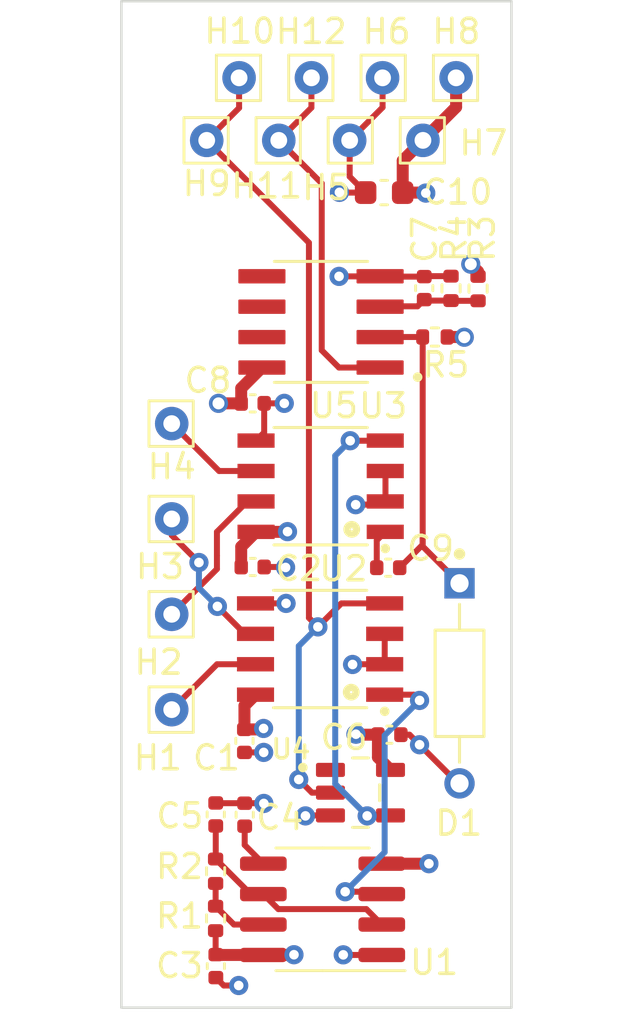
<source format=kicad_pcb>
(kicad_pcb (version 20211014) (generator pcbnew)
  (title_block (title "DCA_Sensor_Unit_PCB ") (date "2023-02-01") (rev "v1.1") (company "DCA"))
  (layers (0 "F.Cu" signal) (1 "In1.Cu" signal) (2 "In2.Cu" signal) (31 "B.Cu" signal) (34 "B.Paste" user) (35 "F.Paste" user) (36 "B.SilkS" user "B.Silkscreen") (37 "F.SilkS" user "F.Silkscreen") (38 "B.Mask" user) (39 "F.Mask" user) (44 "Edge.Cuts" user))
  (net 0 "")
  (net 1 "GND")
  (net 2 "+5V")
  (net 3 "Net-(C4-Pad1)")
  (net 4 "Net-(C5-Pad1)")
  (net 5 "Net-(C7-Pad1)")
  (net 6 "Net-(R1-Pad2)")
  (net 7 "Net-(U1-Pad3)")
  (net 8 "Net-(U3-Pad4)")
  (net 13 "Net-(C9-Pad1)")
  (net 14 "Net-(C9-Pad2)")
  (net 15 "Net-(U2-Pad7)")
  (net 16 "Net-(U3-Pad7)")
  (net 17 "Net-(U2-Pad6)")
  (net 18 "Net-(U3-Pad6)")
  (net 19 "Net-(U2-Pad4)")
  (net 20 "Net-(U5-Pad1)")
  (footprint "Capacitor_SMD:C_0402_1005Metric" (layer "F.Cu") (at 226.625 136.595 180)
    (fp_text reference "C2" (at -1.925 -0.065) (layer "F.SilkS"))
    (fp_text value "100nF")
    (fp_line (start -0.107836 0.36) (end 0.107836 0.36) (layer "F.SilkS") (width 0.12))
    (fp_line (start -0.107836 -0.36) (end 0.107836 -0.36) (layer "F.SilkS") (width 0.12))
    (pad "1" smd roundrect (at -0.48 0 180) (size 0.56 0.62) (layers "F.Cu" "F.Paste" "F.Mask") (net 1 "GND"))
    (pad "2" smd roundrect (at 0.48 0 180) (size 0.56 0.62) (layers "F.Cu" "F.Paste" "F.Mask") (net 2 "+5V"))
  )
  (footprint "LM193DR:SOIC127P599X175-8N" (layer "F.Cu") (at 229.48 126.365 180)
    (fp_text reference "U5" (at -0.54 -3.495 180) (layer "F.SilkS"))
    (fp_text value "LM193DR")
    (fp_line (start -1.95 -2.525) (end 1.95 -2.525) (layer "F.SilkS") (width 0.127))
    (fp_line (start -1.95 2.525) (end 1.95 2.525) (layer "F.SilkS") (width 0.127))
    (fp_circle (center -4.04 -2.305) (end -3.94 -2.305) (layer "F.SilkS") (width 0.2) (fill none))
    (pad "1" smd roundrect locked (at -2.47 -1.905 180) (size 1.97 0.6) (layers "F.Cu" "F.Paste" "F.Mask") (roundrect_rratio 0.07) (net 20 "Net-(U5-Pad1)"))
    (pad "2" smd roundrect locked (at -2.47 -0.635 180) (size 1.97 0.6) (layers "F.Cu" "F.Paste" "F.Mask") (roundrect_rratio 0.07) (net 14 "Net-(C9-Pad2)"))
    (pad "3" smd roundrect locked (at -2.47 0.635 180) (size 1.97 0.6) (layers "F.Cu" "F.Paste" "F.Mask") (roundrect_rratio 0.07) (net 5 "Net-(C7-Pad1)"))
    (pad "4" smd roundrect locked (at -2.47 1.905 180) (size 1.97 0.6) (layers "F.Cu" "F.Paste" "F.Mask") (roundrect_rratio 0.07) (net 1 "GND"))
    (pad "5" smd roundrect locked (at 2.47 1.905 180) (size 1.97 0.6) (layers "F.Cu" "F.Paste" "F.Mask") (roundrect_rratio 0.07))
    (pad "6" smd roundrect locked (at 2.47 0.635 180) (size 1.97 0.6) (layers "F.Cu" "F.Paste" "F.Mask") (roundrect_rratio 0.07))
    (pad "7" smd roundrect locked (at 2.47 -0.635 180) (size 1.97 0.6) (layers "F.Cu" "F.Paste" "F.Mask") (roundrect_rratio 0.07))
    (pad "8" smd roundrect locked (at 2.47 -1.905 180) (size 1.97 0.6) (layers "F.Cu" "F.Paste" "F.Mask") (roundrect_rratio 0.07) (net 2 "+5V"))
  )
  (footprint "Resistor_SMD:R_0402_1005Metric" (layer "F.Cu") (at 234.915 124.965 90)
    (fp_text reference "R4" (at 2.075 0.125 90) (layer "F.SilkS"))
    (fp_text value "560")
    (fp_line (start -0.153641 -0.38) (end 0.153641 -0.38) (layer "F.SilkS") (width 0.12))
    (fp_line (start -0.153641 0.38) (end 0.153641 0.38) (layer "F.SilkS") (width 0.12))
    (pad "1" smd roundrect (at -0.51 0 90) (size 0.54 0.64) (layers "F.Cu" "F.Paste" "F.Mask") (net 5 "Net-(C7-Pad1)"))
    (pad "2" smd roundrect (at 0.51 0 90) (size 0.54 0.64) (layers "F.Cu" "F.Paste" "F.Mask") (net 1 "GND"))
  )
  (footprint "Connector_Pin:Pin_D0.7mm_L6.5mm_W1.8mm_FlatFork" (layer "F.Cu") (at 223.24 142.55)
    (fp_text reference "H1" (at -0.58 2.01) (layer "F.SilkS"))
    (fp_text value "S1+")
    (fp_line (start 0.9 -0.9) (end 0.9 -0.95) (layer "F.SilkS") (width 0.12))
    (fp_line (start 0.9 0.95) (end 0.9 -0.9) (layer "F.SilkS") (width 0.12))
    (fp_line (start 0.9 -0.95) (end -0.95 -0.95) (layer "F.SilkS") (width 0.12))
    (fp_line (start -0.95 -0.95) (end -0.95 0.95) (layer "F.SilkS") (width 0.12))
    (fp_line (start -0.95 0.95) (end 0.9 0.95) (layer "F.SilkS") (width 0.12))
    (pad "1" thru_hole circle (at 0 0) (size 1.4 1.4) (drill 0.7) (layers *.Cu *.Mask) (net 15 "Net-(U2-Pad7)"))
  )
  (footprint "Capacitor_SMD:C_0402_1005Metric" (layer "F.Cu") (at 225.085 153.255 90)
    (fp_text reference "C3" (at 0.02 -1.52) (layer "F.SilkS"))
    (fp_text value "100nF")
    (fp_line (start -0.107836 -0.36) (end 0.107836 -0.36) (layer "F.SilkS") (width 0.12))
    (fp_line (start -0.107836 0.36) (end 0.107836 0.36) (layer "F.SilkS") (width 0.12))
    (pad "1" smd roundrect (at -0.48 0 90) (size 0.56 0.62) (layers "F.Cu" "F.Paste" "F.Mask") (net 1 "GND"))
    (pad "2" smd roundrect (at 0.48 0 90) (size 0.56 0.62) (layers "F.Cu" "F.Paste" "F.Mask") (net 2 "+5V"))
  )
  (footprint "Connector_Pin:Pin_D0.7mm_L6.5mm_W1.8mm_FlatFork" (layer "F.Cu") (at 223.24 138.57)
    (fp_text reference "H2" (at -0.55 2) (layer "F.SilkS"))
    (fp_text value "S1-")
    (fp_line (start -0.95 -0.95) (end -0.95 0.95) (layer "F.SilkS") (width 0.12))
    (fp_line (start 0.9 -0.9) (end 0.9 -0.95) (layer "F.SilkS") (width 0.12))
    (fp_line (start 0.9 0.95) (end 0.9 -0.9) (layer "F.SilkS") (width 0.12))
    (fp_line (start 0.9 -0.95) (end -0.95 -0.95) (layer "F.SilkS") (width 0.12))
    (fp_line (start -0.95 0.95) (end 0.9 0.95) (layer "F.SilkS") (width 0.12))
    (pad "1" thru_hole circle (at 0 0) (size 1.4 1.4) (drill 0.7) (layers *.Cu *.Mask) (net 16 "Net-(U3-Pad7)"))
  )
  (footprint "Connector_Pin:Pin_D0.7mm_L6.5mm_W1.8mm_FlatFork" (layer "F.Cu") (at 233.741112 118.787222)
    (fp_text reference "H7" (at 2.528888 0.11) (layer "F.SilkS"))
    (fp_text value "VCC")
    (fp_line (start 0.9 -0.9) (end 0.9 -0.95) (layer "F.SilkS") (width 0.12))
    (fp_line (start -0.95 0.95) (end 0.9 0.95) (layer "F.SilkS") (width 0.12))
    (fp_line (start -0.95 -0.95) (end -0.95 0.95) (layer "F.SilkS") (width 0.12))
    (fp_line (start 0.9 0.95) (end 0.9 -0.9) (layer "F.SilkS") (width 0.12))
    (fp_line (start 0.9 -0.95) (end -0.95 -0.95) (layer "F.SilkS") (width 0.12))
    (pad "1" thru_hole circle (at 0 0) (size 1.4 1.4) (drill 0.7) (layers *.Cu *.Mask) (net 2 "+5V"))
  )
  (footprint "Resistor_SMD:R_0402_1005Metric" (layer "F.Cu") (at 225.075 149.295 90)
    (fp_text reference "R2" (at 0.2 -1.51) (layer "F.SilkS"))
    (fp_text value "1.5k")
    (fp_line (start -0.153641 0.38) (end 0.153641 0.38) (layer "F.SilkS") (width 0.12))
    (fp_line (start -0.153641 -0.38) (end 0.153641 -0.38) (layer "F.SilkS") (width 0.12))
    (pad "1" smd roundrect (at -0.51 0 90) (size 0.54 0.64) (layers "F.Cu" "F.Paste" "F.Mask") (net 6 "Net-(R1-Pad2)"))
    (pad "2" smd roundrect (at 0.51 0 90) (size 0.54 0.64) (layers "F.Cu" "F.Paste" "F.Mask") (net 4 "Net-(C5-Pad1)"))
  )
  (footprint "Capacitor_SMD:C_0402_1005Metric" (layer "F.Cu") (at 226.625 129.765)
    (fp_text reference "C8" (at -1.87 -0.96) (layer "F.SilkS"))
    (fp_text value "100nF")
    (fp_line (start -0.107836 -0.36) (end 0.107836 -0.36) (layer "F.SilkS") (width 0.12))
    (fp_line (start -0.107836 0.36) (end 0.107836 0.36) (layer "F.SilkS") (width 0.12))
    (pad "1" smd roundrect (at -0.48 0) (size 0.56 0.62) (layers "F.Cu" "F.Paste" "F.Mask") (net 2 "+5V"))
    (pad "2" smd roundrect (at 0.48 0) (size 0.56 0.62) (layers "F.Cu" "F.Paste" "F.Mask") (net 1 "GND"))
  )
  (footprint "Capacitor_SMD:C_0603_1608Metric" (layer "F.Cu") (at 232.12 120.967222)
    (fp_text reference "C10" (at 3.07 -0.02) (layer "F.SilkS"))
    (fp_text value "1u")
    (fp_line (start -0.14058 -0.51) (end 0.14058 -0.51) (layer "F.SilkS") (width 0.12))
    (fp_line (start -0.14058 0.51) (end 0.14058 0.51) (layer "F.SilkS") (width 0.12))
    (pad "1" smd roundrect (at -0.775 0) (size 0.9 0.95) (layers "F.Cu" "F.Paste" "F.Mask") (net 1 "GND"))
    (pad "2" smd roundrect (at 0.775 0) (size 0.9 0.95) (layers "F.Cu" "F.Paste" "F.Mask") (net 2 "+5V"))
  )
  (footprint "Capacitor_SMD:C_0402_1005Metric" (layer "F.Cu") (at 232.29 136.625)
    (fp_text reference "C9" (at 1.77 -0.805) (layer "F.SilkS"))
    (fp_text value "10uF")
    (fp_line (start -0.107836 -0.36) (end 0.107836 -0.36) (layer "F.SilkS") (width 0.12))
    (fp_line (start -0.107836 0.36) (end 0.107836 0.36) (layer "F.SilkS") (width 0.12))
    (pad "1" smd roundrect (at -0.48 0) (size 0.56 0.62) (layers "F.Cu" "F.Paste" "F.Mask") (net 13 "Net-(C9-Pad1)"))
    (pad "2" smd roundrect (at 0.48 0) (size 0.56 0.62) (layers "F.Cu" "F.Paste" "F.Mask") (net 14 "Net-(C9-Pad2)"))
  )
  (footprint "Connector_Pin:Pin_D0.7mm_L6.5mm_W1.8mm_FlatFork" (layer "F.Cu") (at 224.702778 118.787222)
    (fp_text reference "H9" (at 0 1.8) (layer "F.SilkS"))
    (fp_text value "GPIO1")
    (fp_line (start -0.95 -0.95) (end -0.95 0.95) (layer "F.SilkS") (width 0.12))
    (fp_line (start 0.9 0.95) (end 0.9 -0.9) (layer "F.SilkS") (width 0.12))
    (fp_line (start 0.9 -0.9) (end 0.9 -0.95) (layer "F.SilkS") (width 0.12))
    (fp_line (start -0.95 0.95) (end 0.9 0.95) (layer "F.SilkS") (width 0.12))
    (fp_line (start 0.9 -0.95) (end -0.95 -0.95) (layer "F.SilkS") (width 0.12))
    (pad "1" thru_hole circle (at 0 0) (size 1.4 1.4) (drill 0.7) (layers *.Cu *.Mask) (net 19 "Net-(U2-Pad4)"))
  )
  (footprint "Capacitor_SMD:C_0402_1005Metric" (layer "F.Cu") (at 225.08 146.925 90)
    (fp_text reference "C5" (at -0.06 -1.5 180) (layer "F.SilkS"))
    (fp_text value "10nF")
    (fp_line (start -0.107836 -0.36) (end 0.107836 -0.36) (layer "F.SilkS") (width 0.12))
    (fp_line (start -0.107836 0.36) (end 0.107836 0.36) (layer "F.SilkS") (width 0.12))
    (pad "1" smd roundrect (at -0.48 0 90) (size 0.56 0.62) (layers "F.Cu" "F.Paste" "F.Mask") (net 4 "Net-(C5-Pad1)"))
    (pad "2" smd roundrect (at 0.48 0 90) (size 0.56 0.62) (layers "F.Cu" "F.Paste" "F.Mask") (net 1 "GND"))
  )
  (footprint "Capacitor_SMD:C_0402_1005Metric" (layer "F.Cu") (at 226.29 146.935 90)
    (fp_text reference "C4" (at -0.12 1.47 180) (layer "F.SilkS"))
    (fp_text value "1nF")
    (fp_line (start -0.107836 -0.36) (end 0.107836 -0.36) (layer "F.SilkS") (width 0.12))
    (fp_line (start -0.107836 0.36) (end 0.107836 0.36) (layer "F.SilkS") (width 0.12))
    (pad "1" smd roundrect (at -0.48 0 90) (size 0.56 0.62) (layers "F.Cu" "F.Paste" "F.Mask") (net 3 "Net-(C4-Pad1)"))
    (pad "2" smd roundrect (at 0.48 0 90) (size 0.56 0.62) (layers "F.Cu" "F.Paste" "F.Mask") (net 1 "GND"))
  )
  (footprint "Resistor_SMD:R_0402_1005Metric" (layer "F.Cu") (at 236.045 124.975 -90)
    (fp_text reference "R3" (at -2.095 -0.175 90) (layer "F.SilkS"))
    (fp_text value "2.7k")
    (fp_line (start -0.153641 -0.38) (end 0.153641 -0.38) (layer "F.SilkS") (width 0.12))
    (fp_line (start -0.153641 0.38) (end 0.153641 0.38) (layer "F.SilkS") (width 0.12))
    (pad "1" smd roundrect (at -0.51 0 270) (size 0.54 0.64) (layers "F.Cu" "F.Paste" "F.Mask") (net 2 "+5V"))
    (pad "2" smd roundrect (at 0.51 0 270) (size 0.54 0.64) (layers "F.Cu" "F.Paste" "F.Mask") (net 5 "Net-(C7-Pad1)"))
  )
  (footprint "Connector_Pin:Pin_D0.7mm_L6.5mm_W1.8mm_FlatFork" (layer "F.Cu") (at 226.056111 116.177222)
    (fp_text reference "H10" (at 0.03 -1.95) (layer "F.SilkS"))
    (fp_text value "GPIO1")
    (fp_line (start 0.9 -0.9) (end 0.9 -0.95) (layer "F.SilkS") (width 0.12))
    (fp_line (start 0.9 0.95) (end 0.9 -0.9) (layer "F.SilkS") (width 0.12))
    (fp_line (start -0.95 -0.95) (end -0.95 0.95) (layer "F.SilkS") (width 0.12))
    (fp_line (start -0.95 0.95) (end 0.9 0.95) (layer "F.SilkS") (width 0.12))
    (fp_line (start 0.9 -0.95) (end -0.95 -0.95) (layer "F.SilkS") (width 0.12))
    (pad "1" thru_hole circle (at 0 0) (size 1.4 1.4) (drill 0.7) (layers *.Cu *.Mask) (net 19 "Net-(U2-Pad4)"))
  )
  (footprint "Resistor_SMD:R_0402_1005Metric" (layer "F.Cu") (at 234.24 126.995 180)
    (fp_text reference "R5" (at -0.46 -1.165) (layer "F.SilkS"))
    (fp_text value "220")
    (fp_line (start -0.153641 0.38) (end 0.153641 0.38) (layer "F.SilkS") (width 0.12))
    (fp_line (start -0.153641 -0.38) (end 0.153641 -0.38) (layer "F.SilkS") (width 0.12))
    (pad "1" smd roundrect (at -0.51 0 180) (size 0.54 0.64) (layers "F.Cu" "F.Paste" "F.Mask") (net 2 "+5V"))
    (pad "2" smd roundrect (at 0.51 0 180) (size 0.54 0.64) (layers "F.Cu" "F.Paste" "F.Mask") (net 14 "Net-(C9-Pad2)"))
  )
  (footprint "Connector_Pin:Pin_D0.7mm_L6.5mm_W1.8mm_FlatFork" (layer "F.Cu") (at 235.127778 116.177222)
    (fp_text reference "H8" (at 0.01 -1.94) (layer "F.SilkS"))
    (fp_text value "VCC")
    (fp_line (start 0.9 0.95) (end 0.9 -0.9) (layer "F.SilkS") (width 0.12))
    (fp_line (start 0.9 -0.95) (end -0.95 -0.95) (layer "F.SilkS") (width 0.12))
    (fp_line (start -0.95 0.95) (end 0.9 0.95) (layer "F.SilkS") (width 0.12))
    (fp_line (start -0.95 -0.95) (end -0.95 0.95) (layer "F.SilkS") (width 0.12))
    (fp_line (start 0.9 -0.9) (end 0.9 -0.95) (layer "F.SilkS") (width 0.12))
    (pad "1" thru_hole circle (at 0 0) (size 1.4 1.4) (drill 0.7) (layers *.Cu *.Mask) (net 2 "+5V"))
  )
  (footprint "MAX4528CSA_:SOIC127P600X175-8N" (layer "F.Cu") (at 229.465 133.22375 180)
    (fp_text reference "U3" (at -2.615 3.35375) (layer "F.SilkS") (effects (font (size 1.001669 1.001669))))
    (fp_text value "MAX4528CSA+")
    (fp_line (start -1.95 -2.45) (end 1.95 -2.45) (layer "F.SilkS") (width 0.127))
    (fp_line (start 1.95 2.45) (end -1.95 2.45) (layer "F.SilkS") (width 0.127))
    (fp_circle (center -2.7 -2.6) (end -2.6 -2.6) (layer "F.SilkS") (width 0.2) (fill none))
    (fp_circle (center -1.3 -1.8) (end -1.1 -1.8) (layer "F.SilkS") (width 0.3) (fill none))
    (pad "1" smd rect locked (at -2.7 -1.905 180) (size 1.55 0.6) (layers "F.Cu" "F.Paste" "F.Mask") (net 13 "Net-(C9-Pad1)"))
    (pad "2" smd rect locked (at -2.7 -0.635 180) (size 1.55 0.6) (layers "F.Cu" "F.Paste" "F.Mask") (net 1 "GND"))
    (pad "3" smd rect locked (at -2.7 0.635 180) (size 1.55 0.6) (layers "F.Cu" "F.Paste" "F.Mask") (net 1 "GND"))
    (pad "4" smd rect locked (at -2.7 1.905 180) (size 1.55 0.6) (layers "F.Cu" "F.Paste" "F.Mask") (net 8 "Net-(U3-Pad4)"))
    (pad "5" smd rect locked (at 2.7 1.905 180) (size 1.55 0.6) (layers "F.Cu" "F.Paste" "F.Mask") (net 1 "GND"))
    (pad "6" smd rect locked (at 2.7 0.635 180) (size 1.55 0.6) (layers "F.Cu" "F.Paste" "F.Mask") (net 18 "Net-(U3-Pad6)"))
    (pad "7" smd rect locked (at 2.7 -0.635 180) (size 1.55 0.6) (layers "F.Cu" "F.Paste" "F.Mask") (net 16 "Net-(U3-Pad7)"))
    (pad "8" smd rect locked (at 2.7 -1.905 180) (size 1.55 0.6) (layers "F.Cu" "F.Paste" "F.Mask") (net 2 "+5V"))
  )
  (footprint "Connector_Pin:Pin_D0.7mm_L6.5mm_W1.8mm_FlatFork" (layer "F.Cu") (at 223.24 134.59)
    (fp_text reference "H3" (at -0.49 1.99) (layer "F.SilkS"))
    (fp_text value "S2+")
    (fp_line (start -0.95 -0.95) (end -0.95 0.95) (layer "F.SilkS") (width 0.12))
    (fp_line (start 0.9 -0.9) (end 0.9 -0.95) (layer "F.SilkS") (width 0.12))
    (fp_line (start 0.9 0.95) (end 0.9 -0.9) (layer "F.SilkS") (width 0.12))
    (fp_line (start -0.95 0.95) (end 0.9 0.95) (layer "F.SilkS") (width 0.12))
    (fp_line (start 0.9 -0.95) (end -0.95 -0.95) (layer "F.SilkS") (width 0.12))
    (pad "1" thru_hole circle (at 0 0) (size 1.4 1.4) (drill 0.7) (layers *.Cu *.Mask) (net 17 "Net-(U2-Pad6)"))
  )
  (footprint "Resistor_SMD:R_0402_1005Metric" (layer "F.Cu") (at 225.075 151.265 90)
    (fp_text reference "R1" (at 0.1 -1.51) (layer "F.SilkS"))
    (fp_text value "820")
    (fp_line (start -0.153641 -0.38) (end 0.153641 -0.38) (layer "F.SilkS") (width 0.12))
    (fp_line (start -0.153641 0.38) (end 0.153641 0.38) (layer "F.SilkS") (width 0.12))
    (pad "1" smd roundrect (at -0.51 0 90) (size 0.54 0.64) (layers "F.Cu" "F.Paste" "F.Mask") (net 2 "+5V"))
    (pad "2" smd roundrect (at 0.51 0 90) (size 0.54 0.64) (layers "F.Cu" "F.Paste" "F.Mask") (net 6 "Net-(R1-Pad2)"))
  )
  (footprint "Connector_Pin:Pin_D0.7mm_L6.5mm_W1.8mm_FlatFork" (layer "F.Cu") (at 227.715556 118.787222)
    (fp_text reference "H11" (at -0.505556 1.9) (layer "F.SilkS"))
    (fp_text value "GPIO2")
    (fp_line (start 0.9 0.95) (end 0.9 -0.9) (layer "F.SilkS") (width 0.12))
    (fp_line (start -0.95 -0.95) (end -0.95 0.95) (layer "F.SilkS") (width 0.12))
    (fp_line (start -0.95 0.95) (end 0.9 0.95) (layer "F.SilkS") (width 0.12))
    (fp_line (start 0.9 -0.95) (end -0.95 -0.95) (layer "F.SilkS") (width 0.12))
    (fp_line (start 0.9 -0.9) (end 0.9 -0.95) (layer "F.SilkS") (width 0.12))
    (pad "1" thru_hole circle (at 0 0) (size 1.4 1.4) (drill 0.7) (layers *.Cu *.Mask) (net 20 "Net-(U5-Pad1)"))
  )
  (footprint "SN74AHC1G04DBVR:SOT95P280X145-5N" (layer "F.Cu") (at 231.13 146.015)
    (fp_text reference "U4" (at -2.91 -1.815) (layer "F.SilkS") (effects (font (size 0.8 0.8))))
    (fp_text value "SN74AHC1G04DBVR")
    (fp_line (start -0.33 -1.45) (end 0.33 -1.45) (layer "F.SilkS") (width 0.127))
    (fp_line (start 0.8 -0.335) (end 0.8 0.335) (layer "F.SilkS") (width 0.127))
    (fp_line (start 0.33 1.45) (end -0.33 1.45) (layer "F.SilkS") (width 0.127))
    (fp_circle (center -2.41 -1.05) (end -2.31 -1.05) (layer "F.SilkS") (width 0.2) (fill none))
    (pad "1" smd roundrect locked (at -1.255 -0.95) (size 1.21 0.59) (layers "F.Cu" "F.Paste" "F.Mask") (roundrect_rratio 0.15))
    (pad "2" smd roundrect locked (at -1.255 0) (size 1.21 0.59) (layers "F.Cu" "F.Paste" "F.Mask") (roundrect_rratio 0.15) (net 19 "Net-(U2-Pad4)"))
    (pad "3" smd roundrect locked (at -1.255 0.95) (size 1.21 0.59) (layers "F.Cu" "F.Paste" "F.Mask") (roundrect_rratio 0.15) (net 1 "GND"))
    (pad "4" smd roundrect locked (at 1.255 0.95) (size 1.21 0.59) (layers "F.Cu" "F.Paste" "F.Mask") (roundrect_rratio 0.15) (net 8 "Net-(U3-Pad4)"))
    (pad "5" smd roundrect locked (at 1.255 -0.95) (size 1.21 0.59) (layers "F.Cu" "F.Paste" "F.Mask") (roundrect_rratio 0.15) (net 2 "+5V"))
  )
  (footprint "Connector_Pin:Pin_D0.7mm_L6.5mm_W1.8mm_FlatFork" (layer "F.Cu") (at 232.053889 116.177222 180)
    (fp_text reference "H6" (at -0.165 1.93) (layer "F.SilkS"))
    (fp_text value "GND")
    (fp_line (start 0.9 0.95) (end 0.9 -0.9) (layer "F.SilkS") (width 0.12))
    (fp_line (start -0.95 -0.95) (end -0.95 0.95) (layer "F.SilkS") (width 0.12))
    (fp_line (start 0.9 -0.95) (end -0.95 -0.95) (layer "F.SilkS") (width 0.12))
    (fp_line (start -0.95 0.95) (end 0.9 0.95) (layer "F.SilkS") (width 0.12))
    (fp_line (start 0.9 -0.9) (end 0.9 -0.95) (layer "F.SilkS") (width 0.12))
    (pad "1" thru_hole circle (at 0 0 180) (size 1.4 1.4) (drill 0.7) (layers *.Cu *.Mask) (net 1 "GND"))
  )
  (footprint "Capacitor_SMD:C_0402_1005Metric" (layer "F.Cu") (at 233.795 124.955 90)
    (fp_text reference "C7" (at 2.035 0.015 90) (layer "F.SilkS"))
    (fp_text value "100nF")
    (fp_line (start -0.107836 -0.36) (end 0.107836 -0.36) (layer "F.SilkS") (width 0.12))
    (fp_line (start -0.107836 0.36) (end 0.107836 0.36) (layer "F.SilkS") (width 0.12))
    (pad "1" smd roundrect (at -0.48 0 90) (size 0.56 0.62) (layers "F.Cu" "F.Paste" "F.Mask") (net 5 "Net-(C7-Pad1)"))
    (pad "2" smd roundrect (at 0.48 0 90) (size 0.56 0.62) (layers "F.Cu" "F.Paste" "F.Mask") (net 1 "GND"))
  )
  (footprint "MAX4528CSA_:SOIC127P600X175-8N" (layer "F.Cu") (at 229.4425 140.02 180)
    (fp_text reference "U2" (at -0.9775 3.35) (layer "F.SilkS") (effects (font (size 1.001669 1.001669))))
    (fp_text value "MAX4528CSA+")
    (fp_line (start 1.95 2.45) (end -1.95 2.45) (layer "F.SilkS") (width 0.127))
    (fp_line (start -1.95 -2.45) (end 1.95 -2.45) (layer "F.SilkS") (width 0.127))
    (fp_circle (center -2.7 -2.6) (end -2.6 -2.6) (layer "F.SilkS") (width 0.2) (fill none))
    (fp_circle (center -1.3 -1.8) (end -1.1 -1.8) (layer "F.SilkS") (width 0.3) (fill none))
    (pad "1" smd rect locked (at -2.7 -1.905 180) (size 1.55 0.6) (layers "F.Cu" "F.Paste" "F.Mask") (net 7 "Net-(U1-Pad3)"))
    (pad "2" smd rect locked (at -2.7 -0.635 180) (size 1.55 0.6) (layers "F.Cu" "F.Paste" "F.Mask") (net 1 "GND"))
    (pad "3" smd rect locked (at -2.7 0.635 180) (size 1.55 0.6) (layers "F.Cu" "F.Paste" "F.Mask") (net 1 "GND"))
    (pad "4" smd rect locked (at -2.7 1.905 180) (size 1.55 0.6) (layers "F.Cu" "F.Paste" "F.Mask") (net 19 "Net-(U2-Pad4)"))
    (pad "5" smd rect locked (at 2.7 1.905 180) (size 1.55 0.6) (layers "F.Cu" "F.Paste" "F.Mask") (net 1 "GND"))
    (pad "6" smd rect locked (at 2.7 0.635 180) (size 1.55 0.6) (layers "F.Cu" "F.Paste" "F.Mask") (net 17 "Net-(U2-Pad6)"))
    (pad "7" smd rect locked (at 2.7 -0.635 180) (size 1.55 0.6) (layers "F.Cu" "F.Paste" "F.Mask") (net 15 "Net-(U2-Pad7)"))
    (pad "8" smd rect locked (at 2.7 -1.905 180) (size 1.55 0.6) (layers "F.Cu" "F.Paste" "F.Mask") (net 2 "+5V"))
  )
  (footprint "Capacitor_SMD:C_0402_1005Metric" (layer "F.Cu") (at 226.28 143.855 90)
    (fp_text reference "C1" (at -0.705 -1.17 180) (layer "F.SilkS"))
    (fp_text value "100nF")
    (fp_line (start -0.107836 -0.36) (end 0.107836 -0.36) (layer "F.SilkS") (width 0.12))
    (fp_line (start -0.107836 0.36) (end 0.107836 0.36) (layer "F.SilkS") (width 0.12))
    (pad "1" smd roundrect (at -0.48 0 90) (size 0.56 0.62) (layers "F.Cu" "F.Paste" "F.Mask") (net 1 "GND"))
    (pad "2" smd roundrect (at 0.48 0 90) (size 0.56 0.62) (layers "F.Cu" "F.Paste" "F.Mask") (net 2 "+5V"))
  )
  (footprint "Package_SO:SOIC-8_3.9x4.9mm_P1.27mm" (layer "F.Cu") (at 229.545 150.885 180)
    (fp_text reference "U1" (at -4.665 -2.215) (layer "F.SilkS"))
    (fp_text value "LM555xM")
    (fp_line (start 0 2.56) (end -1.95 2.56) (layer "F.SilkS") (width 0.12))
    (fp_line (start 0 -2.56) (end -3.45 -2.56) (layer "F.SilkS") (width 0.12))
    (fp_line (start 0 2.56) (end 1.95 2.56) (layer "F.SilkS") (width 0.12))
    (fp_line (start 0 -2.56) (end 1.95 -2.56) (layer "F.SilkS") (width 0.12))
    (pad "1" smd roundrect (at -2.475 -1.905 180) (size 1.95 0.6) (layers "F.Cu" "F.Paste" "F.Mask") (net 1 "GND"))
    (pad "2" smd roundrect (at -2.475 -0.635 180) (size 1.95 0.6) (layers "F.Cu" "F.Paste" "F.Mask") (net 4 "Net-(C5-Pad1)"))
    (pad "3" smd roundrect (at -2.475 0.635 180) (size 1.95 0.6) (layers "F.Cu" "F.Paste" "F.Mask") (net 7 "Net-(U1-Pad3)"))
    (pad "4" smd roundrect (at -2.475 1.905 180) (size 1.95 0.6) (layers "F.Cu" "F.Paste" "F.Mask") (net 2 "+5V"))
    (pad "5" smd roundrect (at 2.475 1.905 180) (size 1.95 0.6) (layers "F.Cu" "F.Paste" "F.Mask") (net 3 "Net-(C4-Pad1)"))
    (pad "6" smd roundrect (at 2.475 0.635 180) (size 1.95 0.6) (layers "F.Cu" "F.Paste" "F.Mask") (net 4 "Net-(C5-Pad1)"))
    (pad "7" smd roundrect (at 2.475 -0.635 180) (size 1.95 0.6) (layers "F.Cu" "F.Paste" "F.Mask") (net 6 "Net-(R1-Pad2)"))
    (pad "8" smd roundrect (at 2.475 -1.905 180) (size 1.95 0.6) (layers "F.Cu" "F.Paste" "F.Mask") (net 2 "+5V"))
  )
  (footprint "DIOAD835W50L444D203:DIOAD835W50L444D203" (layer "F.Cu") (at 235.27 141.4515 -90)
    (fp_text reference "D1" (at 5.8385 0.03 180) (layer "F.SilkS"))
    (fp_text value "1Vf")
    (fp_line (start 2.22 -1.02) (end 2.22 0) (layer "F.SilkS") (width 0.127))
    (fp_line (start -2.22 0) (end -3.3 0) (layer "F.SilkS") (width 0.127))
    (fp_line (start 2.22 0) (end 2.22 1.02) (layer "F.SilkS") (width 0.127))
    (fp_line (start -2.22 0) (end -2.22 -1.02) (layer "F.SilkS") (width 0.127))
    (fp_line (start -2.22 -1.02) (end 2.22 -1.02) (layer "F.SilkS") (width 0.127))
    (fp_line (start 2.22 1.02) (end -2.22 1.02) (layer "F.SilkS") (width 0.127))
    (fp_line (start -2.22 1.02) (end -2.22 0) (layer "F.SilkS") (width 0.127))
    (fp_line (start 2.22 0) (end 3.3 0) (layer "F.SilkS") (width 0.127))
    (fp_circle (center -5.4 0) (end -5.28 0) (layer "F.SilkS") (width 0.24) (fill none))
    (pad "1" thru_hole rect locked (at -4.1765 0 270) (size 1.268 1.268) (drill 0.76) (layers *.Cu *.Mask) (net 14 "Net-(C9-Pad2)"))
    (pad "2" thru_hole circle locked (at 4.1765 0 270) (size 1.268 1.268) (drill 0.76) (layers *.Cu *.Mask) (net 1 "GND"))
  )
  (footprint "Connector_Pin:Pin_D0.7mm_L6.5mm_W1.8mm_FlatFork" (layer "F.Cu") (at 230.678334 118.787222 180)
    (fp_text reference "H5" (at 0.978334 -1.97) (layer "F.SilkS"))
    (fp_text value "GND")
    (fp_line (start -0.95 0.95) (end 0.9 0.95) (layer "F.SilkS") (width 0.12))
    (fp_line (start 0.9 -0.9) (end 0.9 -0.95) (layer "F.SilkS") (width 0.12))
    (fp_line (start -0.95 -0.95) (end -0.95 0.95) (layer "F.SilkS") (width 0.12))
    (fp_line (start 0.9 0.95) (end 0.9 -0.9) (layer "F.SilkS") (width 0.12))
    (fp_line (start 0.9 -0.95) (end -0.95 -0.95) (layer "F.SilkS") (width 0.12))
    (pad "1" thru_hole circle (at 0 0 180) (size 1.4 1.4) (drill 0.7) (layers *.Cu *.Mask) (net 1 "GND"))
  )
  (footprint "Capacitor_SMD:C_0402_1005Metric" (layer "F.Cu") (at 232.34 143.595 180)
    (fp_text reference "C6" (at 1.9 -0.115 180) (layer "F.SilkS"))
    (fp_text value "100nF")
    (fp_line (start -0.107836 -0.36) (end 0.107836 -0.36) (layer "F.SilkS") (width 0.12))
    (fp_line (start -0.107836 0.36) (end 0.107836 0.36) (layer "F.SilkS") (width 0.12))
    (pad "1" smd roundrect (at -0.48 0 180) (size 0.56 0.62) (layers "F.Cu" "F.Paste" "F.Mask") (net 1 "GND"))
    (pad "2" smd roundrect (at 0.48 0 180) (size 0.56 0.62) (layers "F.Cu" "F.Paste" "F.Mask") (net 2 "+5V"))
  )
  (footprint "Connector_Pin:Pin_D0.7mm_L6.5mm_W1.8mm_FlatFork" (layer "F.Cu") (at 223.24 130.61)
    (fp_text reference "H4" (at 0 1.8) (layer "F.SilkS"))
    (fp_text value "S2-")
    (fp_line (start -0.95 0.95) (end 0.9 0.95) (layer "F.SilkS") (width 0.12))
    (fp_line (start 0.9 -0.9) (end 0.9 -0.95) (layer "F.SilkS") (width 0.12))
    (fp_line (start -0.95 -0.95) (end -0.95 0.95) (layer "F.SilkS") (width 0.12))
    (fp_line (start 0.9 0.95) (end 0.9 -0.9) (layer "F.SilkS") (width 0.12))
    (fp_line (start 0.9 -0.95) (end -0.95 -0.95) (layer "F.SilkS") (width 0.12))
    (pad "1" thru_hole circle (at 0 0) (size 1.4 1.4) (drill 0.7) (layers *.Cu *.Mask) (net 18 "Net-(U3-Pad6)"))
  )
  (footprint "Connector_Pin:Pin_D0.7mm_L6.5mm_W1.8mm_FlatFork" (layer "F.Cu") (at 229.08 116.177222)
    (fp_text reference "H12" (at -0.01 -1.94) (layer "F.SilkS"))
    (fp_text value "GPIO2")
    (fp_line (start -0.95 0.95) (end 0.9 0.95) (layer "F.SilkS") (width 0.12))
    (fp_line (start 0.9 0.95) (end 0.9 -0.9) (layer "F.SilkS") (width 0.12))
    (fp_line (start -0.95 -0.95) (end -0.95 0.95) (layer "F.SilkS") (width 0.12))
    (fp_line (start 0.9 -0.9) (end 0.9 -0.95) (layer "F.SilkS") (width 0.12))
    (fp_line (start 0.9 -0.95) (end -0.95 -0.95) (layer "F.SilkS") (width 0.12))
    (pad "1" thru_hole circle (at 0 0) (size 1.4 1.4) (drill 0.7) (layers *.Cu *.Mask) (net 20 "Net-(U5-Pad1)"))
  )
  (gr_rect (start 221.135729 112.978146) (end 237.44 154.99) (layer "Edge.Cuts") (width 0.1) (fill none))
  (segment (start 230.235 124.465) (end 231.945 124.465) (width 0.25) (layer "F.Cu") (net 1))
  (segment (start 226.04 154.065) (end 225.415 154.065) (width 0.25) (layer "F.Cu") (net 1))
  (segment (start 230.678334 120.300556) (end 231.345 120.967222) (width 0.25) (layer "F.Cu") (net 1))
  (segment (start 227.105 129.765) (end 227.105 130.97875) (width 0.25) (layer "F.Cu") (net 1))
  (segment (start 233.18 143.595) (end 233.6 144.015) (width 0.25) (layer "F.Cu") (net 1))
  (segment (start 230.415 152.79) (end 230.41 152.785) (width 0.25) (layer "F.Cu") (net 1))
  (segment (start 229.875 146.965) (end 228.85 146.965) (width 0.25) (layer "F.Cu") (net 1))
  (segment (start 225.415 154.065) (end 225.085 153.735) (width 0.25) (layer "F.Cu") (net 1))
  (segment (start 232.1425 140.655) (end 230.81 140.655) (width 0.25) (layer "F.Cu") (net 1))
  (segment (start 232.82 143.595) (end 233.18 143.595) (width 0.25) (layer "F.Cu") (net 1))
  (segment (start 232.02 152.79) (end 230.415 152.79) (width 0.25) (layer "F.Cu") (net 1))
  (segment (start 232.175 133.99) (end 232.175 132.72) (width 0.25) (layer "F.Cu") (net 1))
  (segment (start 233.795 124.475) (end 231.965 124.475) (width 0.25) (layer "F.Cu") (net 1))
  (segment (start 228.85 146.965) (end 228.83 146.985) (width 0.25) (layer "F.Cu") (net 1))
  (segment (start 227.08 146.455) (end 227.09 146.465) (width 0.25) (layer "F.Cu") (net 1))
  (segment (start 230.678334 118.787222) (end 230.678334 120.300556) (width 0.25) (layer "F.Cu") (net 1))
  (segment (start 230.93 133.995) (end 230.935 133.99) (width 0.25) (layer "F.Cu") (net 1))
  (segment (start 227.105 136.595) (end 227.98 136.595) (width 0.25) (layer "F.Cu") (net 1))
  (segment (start 231.945 124.465) (end 231.95 124.46) (width 0.25) (layer "F.Cu") (net 1))
  (segment (start 235.27 145.628) (end 235.213 145.628) (width 0.25) (layer "F.Cu") (net 1))
  (segment (start 230.26 120.967222) (end 230.25 120.957222) (width 0.25) (layer "F.Cu") (net 1))
  (segment (start 227.105 129.765) (end 227.945 129.765) (width 0.25) (layer "F.Cu") (net 1))
  (segment (start 226.29 146.455) (end 225.09 146.455) (width 0.25) (layer "F.Cu") (net 1))
  (segment (start 226.28 144.335) (end 227.085 144.335) (width 0.25) (layer "F.Cu") (net 1))
  (segment (start 227.98 136.595) (end 228 136.615) (width 0.25) (layer "F.Cu") (net 1))
  (segment (start 232.053889 116.177222) (end 232.053889 117.411667) (width 0.25) (layer "F.Cu") (net 1))
  (segment (start 233.815 124.455) (end 233.795 124.475) (width 0.25) (layer "F.Cu") (net 1))
  (segment (start 230.81 140.655) (end 230.8 140.665) (width 0.25) (layer "F.Cu") (net 1))
  (segment (start 228.02 138.115) (end 226.7425 138.115) (width 0.25) (layer "F.Cu") (net 1))
  (segment (start 227.105 130.97875) (end 226.765 131.31875) (width 0.25) (layer "F.Cu") (net 1))
  (segment (start 231.965 124.475) (end 231.95 124.46) (width 0.25) (layer "F.Cu") (net 1))
  (segment (start 232.1425 140.615) (end 232.1425 139.345) (width 0.25) (layer "F.Cu") (net 1))
  (segment (start 226.29 146.455) (end 227.08 146.455) (width 0.25) (layer "F.Cu") (net 1))
  (segment (start 235.213 145.628) (end 233.6 144.015) (width 0.25) (layer "F.Cu") (net 1))
  (segment (start 232.053889 117.411667) (end 230.678334 118.787222) (width 0.25) (layer "F.Cu") (net 1))
  (segment (start 231.345 120.967222) (end 230.26 120.967222) (width 0.25) (layer "F.Cu") (net 1))
  (segment (start 225.09 146.455) (end 225.08 146.445) (width 0.25) (layer "F.Cu") (net 1))
  (segment (start 230.935 133.99) (end 232.175 133.99) (width 0.25) (layer "F.Cu") (net 1))
  (segment (start 234.915 124.455) (end 233.815 124.455) (width 0.25) (layer "F.Cu") (net 1))
  (via (at 228.02 138.115) (size 0.8) (drill 0.4) (layers "F.Cu" "B.Cu") (net 1))
  (via (at 230.25 120.957222) (size 0.8) (drill 0.4) (layers "F.Cu" "B.Cu") (net 1))
  (via (at 230.41 152.785) (size 0.8) (drill 0.4) (layers "F.Cu" "B.Cu") (net 1))
  (via (at 228.83 146.985) (size 0.8) (drill 0.4) (layers "F.Cu" "B.Cu") (net 1))
  (via (at 233.6 144.015) (size 0.8) (drill 0.4) (layers "F.Cu" "B.Cu") (net 1))
  (via (at 227.09 146.465) (size 0.8) (drill 0.4) (layers "F.Cu" "B.Cu") (net 1))
  (via (at 227.945 129.765) (size 0.8) (drill 0.4) (layers "F.Cu" "B.Cu") (net 1))
  (via (at 226.04 154.065) (size 0.8) (drill 0.4) (layers "F.Cu" "B.Cu") (net 1))
  (via (at 230.8 140.665) (size 0.8) (drill 0.4) (layers "F.Cu" "B.Cu") (net 1))
  (via (at 230.235 124.465) (size 0.8) (drill 0.4) (layers "F.Cu" "B.Cu") (net 1))
  (via (at 228 136.615) (size 0.8) (drill 0.4) (layers "F.Cu" "B.Cu") (net 1))
  (via (at 230.93 133.995) (size 0.8) (drill 0.4) (layers "F.Cu" "B.Cu") (net 1))
  (via (at 227.085 144.335) (size 0.8) (drill 0.4) (layers "F.Cu" "B.Cu") (net 1))
  (segment (start 234.465556 118.062778) (end 233.741112 118.787222) (width 0.5) (layer "F.Cu") (net 2))
  (segment (start 235.127778 116.177222) (end 235.127778 117.400556) (width 0.5) (layer "F.Cu") (net 2))
  (segment (start 225.195 129.765) (end 226.145 129.765) (width 0.5) (layer "F.Cu") (net 2))
  (segment (start 235.127778 117.400556) (end 234.465556 118.062778) (width 0.5) (layer "F.Cu") (net 2))
  (segment (start 233.84 120.967222) (end 233.86 120.987222) (width 0.25) (layer "F.Cu") (net 2))
  (segment (start 232.02 148.98) (end 233.71 148.98) (width 0.5) (layer "F.Cu") (net 2))
  (segment (start 233.71 148.98) (end 233.73 149) (width 0.25) (layer "F.Cu") (net 2))
  (segment (start 230.96 143.595) (end 230.94 143.575) (width 0.25) (layer "F.Cu") (net 2))
  (segment (start 227.040167 143.375) (end 227.079655 143.335512) (width 0.25) (layer "F.Cu") (net 2))
  (segment (start 231.86 144.54) (end 232.385 145.065) (width 0.5) (layer "F.Cu") (net 2))
  (segment (start 227.07 152.79) (end 225.1 152.79) (width 0.5) (layer "F.Cu") (net 2))
  (segment (start 225.075 152.765) (end 225.085 152.775) (width 0.25) (layer "F.Cu") (net 2))
  (segment (start 228.34 152.79) (end 228.35 152.78) (width 0.25) (layer "F.Cu") (net 2))
  (segment (start 232.895 120.967222) (end 233.84 120.967222) (width 0.5) (layer "F.Cu") (net 2))
  (segment (start 231.86 143.595) (end 230.96 143.595) (width 0.5) (layer "F.Cu") (net 2))
  (segment (start 226.28 143.375) (end 227.040167 143.375) (width 0.5) (layer "F.Cu") (net 2))
  (segment (start 236.045 124.26) (end 236.045 124.465) (width 0.5) (layer "F.Cu") (net 2))
  (segment (start 226.765 135.12875) (end 228.07125 135.12875) (width 0.5) (layer "F.Cu") (net 2))
  (segment (start 235.46 126.995) (end 234.75 126.995) (width 0.5) (layer "F.Cu") (net 2))
  (segment (start 226.28 142.3875) (end 226.7425 141.925) (width 0.5) (layer "F.Cu") (net 2))
  (segment (start 235.47 127.005) (end 235.46 126.995) (width 0.5) (layer "F.Cu") (net 2))
  (segment (start 235.74 123.955) (end 236.045 124.26) (width 0.5) (layer "F.Cu") (net 2))
  (segment (start 228.07125 135.12875) (end 228.08 135.12) (width 0.25) (layer "F.Cu") (net 2))
  (segment (start 225.075 151.775) (end 225.075 152.765) (width 0.25) (layer "F.Cu") (net 2))
  (segment (start 234.465556 118.062778) (end 232.895 119.633334) (width 0.5) (layer "F.Cu") (net 2))
  (segment (start 226.145 129.135) (end 226.145 129.765) (width 0.5) (layer "F.Cu") (net 2))
  (segment (start 233.71 148.98) (end 233.99 148.98) (width 0.25) (layer "F.Cu") (net 2))
  (segment (start 226.145 135.74875) (end 226.145 136.595) (width 0.5) (layer "F.Cu") (net 2))
  (segment (start 232.895 119.633334) (end 232.895 120.967222) (width 0.5) (layer "F.Cu") (net 2))
  (segment (start 227.07 152.79) (end 228.34 152.79) (width 0.5) (layer "F.Cu") (net 2))
  (segment (start 227.01 128.27) (end 226.145 129.135) (width 0.5) (layer "F.Cu") (net 2))
  (segment (start 231.86 143.595) (end 231.86 144.54) (width 0.5) (layer "F.Cu") (net 2))
  (segment (start 226.28 143.375) (end 226.28 142.3875) (width 0.5) (layer "F.Cu") (net 2))
  (segment (start 225.1 152.79) (end 225.085 152.775) (width 0.25) (layer "F.Cu") (net 2))
  (segment (start 226.765 135.12875) (end 226.145 135.74875) (width 0.5) (layer "F.Cu") (net 2))
  (via (at 235.47 127.005) (size 0.8) (drill 0.5) (layers "F.Cu" "B.Cu") (net 2))
  (via (at 235.74 123.955) (size 0.8) (drill 0.5) (layers "F.Cu" "B.Cu") (net 2))
  (via (at 227.079655 143.335512) (size 0.8) (drill 0.4) (layers "F.Cu" "B.Cu") (net 2))
  (via (at 228.35 152.78) (size 0.8) (drill 0.4) (layers "F.Cu" "B.Cu") (net 2))
  (via (at 228.08 135.12) (size 0.8) (drill 0.4) (layers "F.Cu" "B.Cu") (net 2))
  (via (at 230.94 143.575) (size 0.8) (drill 0.4) (layers "F.Cu" "B.Cu") (net 2))
  (via (at 233.99 148.98) (size 0.8) (drill 0.4) (layers "F.Cu" "B.Cu") (net 2))
  (via (at 233.86 120.987222) (size 0.8) (drill 0.4) (layers "F.Cu" "B.Cu") (net 2))
  (via (at 225.195 129.765) (size 0.8) (drill 0.5) (layers "F.Cu" "B.Cu") (net 2))
  (segment (start 226.29 147.415) (end 226.29 148.2) (width 0.25) (layer "F.Cu") (net 3))
  (segment (start 226.29 148.2) (end 227.07 148.98) (width 0.25) (layer "F.Cu") (net 3))
  (segment (start 225.075 148.785) (end 226.54 150.25) (width 0.25) (layer "F.Cu") (net 4))
  (segment (start 232.02 151.52) (end 231.375 150.875) (width 0.25) (layer "F.Cu") (net 4))
  (segment (start 227.695 150.875) (end 227.07 150.25) (width 0.25) (layer "F.Cu") (net 4))
  (segment (start 231.375 150.875) (end 227.695 150.875) (width 0.25) (layer "F.Cu") (net 4))
  (segment (start 225.08 148.78) (end 225.075 148.785) (width 0.25) (layer "F.Cu") (net 4))
  (segment (start 226.54 150.25) (end 227.07 150.25) (width 0.25) (layer "F.Cu") (net 4))
  (segment (start 225.08 147.405) (end 225.08 148.78) (width 0.25) (layer "F.Cu") (net 4))
  (segment (start 234.925 125.485) (end 234.915 125.475) (width 0.25) (layer "F.Cu") (net 5))
  (segment (start 233.835 125.475) (end 233.795 125.435) (width 0.25) (layer "F.Cu") (net 5))
  (segment (start 233.795 125.435) (end 233.515 125.715) (width 0.25) (layer "F.Cu") (net 5))
  (segment (start 233.515 125.715) (end 231.965 125.715) (width 0.25) (layer "F.Cu") (net 5))
  (segment (start 231.965 125.715) (end 231.95 125.73) (width 0.25) (layer "F.Cu") (net 5))
  (segment (start 234.915 125.475) (end 233.835 125.475) (width 0.25) (layer "F.Cu") (net 5))
  (segment (start 236.045 125.485) (end 234.925 125.485) (width 0.25) (layer "F.Cu") (net 5))
  (segment (start 227.07 151.52) (end 225.84 151.52) (width 0.25) (layer "F.Cu") (net 6))
  (segment (start 225.075 149.805) (end 225.075 150.755) (width 0.25) (layer "F.Cu") (net 6))
  (segment (start 225.84 151.52) (end 225.075 150.755) (width 0.25) (layer "F.Cu") (net 6))
  (segment (start 232.1425 141.925) (end 233.36 141.925) (width 0.25) (layer "F.Cu") (net 7))
  (segment (start 230.49 150.1505) (end 231.9205 150.1505) (width 0.25) (layer "F.Cu") (net 7))
  (segment (start 233.36 141.925) (end 233.6 142.165) (width 0.25) (layer "F.Cu") (net 7))
  (via (at 233.6 142.165) (size 0.8) (drill 0.4) (layers "F.Cu" "B.Cu") (net 7))
  (via (at 230.49 150.1505) (size 0.8) (drill 0.4) (layers "F.Cu" "B.Cu") (net 7))
  (segment (start 232.14 148.5005) (end 232.14 143.625) (width 0.25) (layer "B.Cu") (net 7))
  (segment (start 230.49 150.1505) (end 232.14 148.5005) (width 0.25) (layer "B.Cu") (net 7))
  (segment (start 232.14 143.625) (end 233.6 142.165) (width 0.25) (layer "B.Cu") (net 7))
  (segment (start 230.7 131.325) (end 232.15875 131.325) (width 0.25) (layer "F.Cu") (net 8))
  (segment (start 231.43 146.965) (end 231.41 146.985) (width 0.25) (layer "F.Cu") (net 8))
  (segment (start 232.385 146.965) (end 231.43 146.965) (width 0.25) (layer "F.Cu") (net 8))
  (via (at 230.7 131.325) (size 0.8) (drill 0.4) (layers "F.Cu" "B.Cu") (net 8))
  (via (at 231.41 146.985) (size 0.8) (drill 0.4) (layers "F.Cu" "B.Cu") (net 8))
  (segment (start 231.41 146.985) (end 230.075 145.65) (width 0.25) (layer "B.Cu") (net 8))
  (segment (start 230.075 131.95) (end 230.7 131.325) (width 0.25) (layer "B.Cu") (net 8))
  (segment (start 230.075 145.65) (end 230.075 131.95) (width 0.25) (layer "B.Cu") (net 8))
  (segment (start 231.81 135.48375) (end 232.165 135.12875) (width 0.25) (layer "F.Cu") (net 13))
  (segment (start 231.81 136.625) (end 231.81 135.48375) (width 0.25) (layer "F.Cu") (net 13))
  (segment (start 233.73 126.995) (end 231.955 126.995) (width 0.25) (layer "F.Cu") (net 14))
  (segment (start 235.27 137.275) (end 233.73 135.735) (width 0.25) (layer "F.Cu") (net 14))
  (segment (start 233.73 135.735) (end 233.73 135.405) (width 0.25) (layer "F.Cu") (net 14))
  (segment (start 231.955 126.995) (end 231.95 127) (width 0.25) (layer "F.Cu") (net 14))
  (segment (start 233.73 135.665) (end 233.73 135.405) (width 0.25) (layer "F.Cu") (net 14))
  (segment (start 233.73 135.405) (end 233.73 126.995) (width 0.25) (layer "F.Cu") (net 14))
  (segment (start 232.77 136.625) (end 233.73 135.665) (width 0.25) (layer "F.Cu") (net 14))
  (segment (start 225.135 140.655) (end 226.7425 140.655) (width 0.25) (layer "F.Cu") (net 15))
  (segment (start 223.24 142.55) (end 225.135 140.655) (width 0.25) (layer "F.Cu") (net 15))
  (segment (start 226.40125 133.85875) (end 226.765 133.85875) (width 0.25) (layer "F.Cu") (net 16))
  (segment (start 223.24 138.57) (end 225.13 136.68) (width 0.25) (layer "F.Cu") (net 16))
  (segment (start 225.13 136.12) (end 225.13 135.13) (width 0.25) (layer "F.Cu") (net 16))
  (segment (start 225.13 136.68) (end 225.13 136.12) (width 0.25) (layer "F.Cu") (net 16))
  (segment (start 225.13 135.13) (end 226.40125 133.85875) (width 0.25) (layer "F.Cu") (net 16))
  (segment (start 223.24 134.59) (end 223.24 135.27) (width 0.25) (layer "F.Cu") (net 17))
  (segment (start 223.24 135.27) (end 224.377701 136.407701) (width 0.25) (layer "F.Cu") (net 17))
  (segment (start 225.15 138.24) (end 226.295 139.385) (width 0.25) (layer "F.Cu") (net 17))
  (via (at 224.377701 136.407701) (size 0.8) (drill 0.4) (layers "F.Cu" "B.Cu") (net 17))
  (via (at 225.15 138.24) (size 0.8) (drill 0.4) (layers "F.Cu" "B.Cu") (net 17))
  (segment (start 224.377701 136.407701) (end 224.377701 137.467701) (width 0.25) (layer "B.Cu") (net 17))
  (segment (start 224.377701 137.467701) (end 225.15 138.24) (width 0.25) (layer "B.Cu") (net 17))
  (segment (start 225.21875 132.58875) (end 226.765 132.58875) (width 0.25) (layer "F.Cu") (net 18))
  (segment (start 223.24 130.61) (end 225.21875 132.58875) (width 0.25) (layer "F.Cu") (net 18))
  (segment (start 224.702778 118.787222) (end 228.975556 123.06) (width 0.25) (layer "F.Cu") (net 19))
  (segment (start 228.975556 123.06) (end 228.975556 138.720056) (width 0.25) (layer "F.Cu") (net 19))
  (segment (start 230.4605 138.115) (end 230.3305 138.115) (width 0.25) (layer "F.Cu") (net 19))
  (segment (start 228.975556 138.720056) (end 229.3505 139.095) (width 0.25) (layer "F.Cu") (net 19))
  (segment (start 226.056111 116.177222) (end 226.056111 117.433889) (width 0.25) (layer "F.Cu") (net 19))
  (segment (start 228.55 145.465) (end 229.1 146.015) (width 0.25) (layer "F.Cu") (net 19))
  (segment (start 229.1 146.015) (end 229.875 146.015) (width 0.25) (layer "F.Cu") (net 19))
  (segment (start 226.056111 117.433889) (end 224.702778 118.787222) (width 0.25) (layer "F.Cu") (net 19))
  (segment (start 230.3305 138.115) (end 229.3505 139.095) (width 0.25) (layer "F.Cu") (net 19))
  (segment (start 232.1425 138.115) (end 230.4605 138.115) (width 0.25) (layer "F.Cu") (net 19))
  (via (at 229.3505 139.095) (size 0.8) (drill 0.4) (layers "F.Cu" "B.Cu") (net 19))
  (via (at 228.55 145.465) (size 0.8) (drill 0.4) (layers "F.Cu" "B.Cu") (net 19))
  (segment (start 228.55 139.8955) (end 228.55 145.465) (width 0.25) (layer "B.Cu") (net 19))
  (segment (start 229.3505 139.095) (end 228.55 139.8955) (width 0.25) (layer "B.Cu") (net 19))
  (segment (start 229.08 116.177222) (end 229.08 117.422778) (width 0.25) (layer "F.Cu") (net 20))
  (segment (start 229.51 127.55) (end 229.51 120.581666) (width 0.25) (layer "F.Cu") (net 20))
  (segment (start 229.08 117.422778) (end 227.715556 118.787222) (width 0.25) (layer "F.Cu") (net 20))
  (segment (start 231.95 128.27) (end 230.23 128.27) (width 0.25) (layer "F.Cu") (net 20))
  (segment (start 230.23 128.27) (end 229.51 127.55) (width 0.25) (layer "F.Cu") (net 20))
  (segment (start 229.51 120.581666) (end 227.715556 118.787222) (width 0.25) (layer "F.Cu") (net 20))
)
</source>
